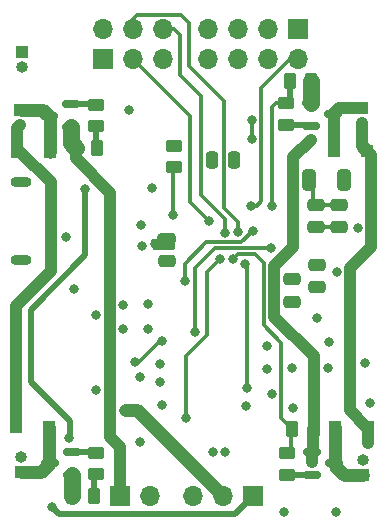
<source format=gbr>
%TF.GenerationSoftware,KiCad,Pcbnew,7.0.6-1.fc38*%
%TF.CreationDate,2023-08-03T18:28:49+02:00*%
%TF.ProjectId,quadcopter-flight-controler,71756164-636f-4707-9465-722d666c6967,rev?*%
%TF.SameCoordinates,Original*%
%TF.FileFunction,Copper,L4,Bot*%
%TF.FilePolarity,Positive*%
%FSLAX46Y46*%
G04 Gerber Fmt 4.6, Leading zero omitted, Abs format (unit mm)*
G04 Created by KiCad (PCBNEW 7.0.6-1.fc38) date 2023-08-03 18:28:49*
%MOMM*%
%LPD*%
G01*
G04 APERTURE LIST*
G04 Aperture macros list*
%AMRoundRect*
0 Rectangle with rounded corners*
0 $1 Rounding radius*
0 $2 $3 $4 $5 $6 $7 $8 $9 X,Y pos of 4 corners*
0 Add a 4 corners polygon primitive as box body*
4,1,4,$2,$3,$4,$5,$6,$7,$8,$9,$2,$3,0*
0 Add four circle primitives for the rounded corners*
1,1,$1+$1,$2,$3*
1,1,$1+$1,$4,$5*
1,1,$1+$1,$6,$7*
1,1,$1+$1,$8,$9*
0 Add four rect primitives between the rounded corners*
20,1,$1+$1,$2,$3,$4,$5,0*
20,1,$1+$1,$4,$5,$6,$7,0*
20,1,$1+$1,$6,$7,$8,$9,0*
20,1,$1+$1,$8,$9,$2,$3,0*%
G04 Aperture macros list end*
%TA.AperFunction,ComponentPad*%
%ADD10R,1.700000X1.700000*%
%TD*%
%TA.AperFunction,ComponentPad*%
%ADD11O,1.700000X1.700000*%
%TD*%
%TA.AperFunction,ComponentPad*%
%ADD12R,1.000000X1.000000*%
%TD*%
%TA.AperFunction,ComponentPad*%
%ADD13O,1.000000X1.000000*%
%TD*%
%TA.AperFunction,ComponentPad*%
%ADD14O,1.800000X0.900000*%
%TD*%
%TA.AperFunction,SMDPad,CuDef*%
%ADD15RoundRect,0.250000X0.450000X-0.262500X0.450000X0.262500X-0.450000X0.262500X-0.450000X-0.262500X0*%
%TD*%
%TA.AperFunction,SMDPad,CuDef*%
%ADD16RoundRect,0.250000X-0.262500X-0.450000X0.262500X-0.450000X0.262500X0.450000X-0.262500X0.450000X0*%
%TD*%
%TA.AperFunction,SMDPad,CuDef*%
%ADD17RoundRect,0.250000X0.300000X0.300000X-0.300000X0.300000X-0.300000X-0.300000X0.300000X-0.300000X0*%
%TD*%
%TA.AperFunction,SMDPad,CuDef*%
%ADD18RoundRect,0.250000X-0.250000X-0.475000X0.250000X-0.475000X0.250000X0.475000X-0.250000X0.475000X0*%
%TD*%
%TA.AperFunction,SMDPad,CuDef*%
%ADD19RoundRect,0.250000X-0.325000X-0.650000X0.325000X-0.650000X0.325000X0.650000X-0.325000X0.650000X0*%
%TD*%
%TA.AperFunction,SMDPad,CuDef*%
%ADD20RoundRect,0.250000X0.262500X0.450000X-0.262500X0.450000X-0.262500X-0.450000X0.262500X-0.450000X0*%
%TD*%
%TA.AperFunction,SMDPad,CuDef*%
%ADD21RoundRect,0.150000X0.587500X0.150000X-0.587500X0.150000X-0.587500X-0.150000X0.587500X-0.150000X0*%
%TD*%
%TA.AperFunction,SMDPad,CuDef*%
%ADD22RoundRect,0.250000X-0.300000X-0.300000X0.300000X-0.300000X0.300000X0.300000X-0.300000X0.300000X0*%
%TD*%
%TA.AperFunction,SMDPad,CuDef*%
%ADD23RoundRect,0.250000X-0.475000X0.250000X-0.475000X-0.250000X0.475000X-0.250000X0.475000X0.250000X0*%
%TD*%
%TA.AperFunction,SMDPad,CuDef*%
%ADD24RoundRect,0.250000X-0.450000X0.262500X-0.450000X-0.262500X0.450000X-0.262500X0.450000X0.262500X0*%
%TD*%
%TA.AperFunction,SMDPad,CuDef*%
%ADD25RoundRect,0.250000X0.475000X-0.250000X0.475000X0.250000X-0.475000X0.250000X-0.475000X-0.250000X0*%
%TD*%
%TA.AperFunction,SMDPad,CuDef*%
%ADD26RoundRect,0.150000X-0.587500X-0.150000X0.587500X-0.150000X0.587500X0.150000X-0.587500X0.150000X0*%
%TD*%
%TA.AperFunction,ViaPad*%
%ADD27C,0.800000*%
%TD*%
%TA.AperFunction,Conductor*%
%ADD28C,0.550000*%
%TD*%
%TA.AperFunction,Conductor*%
%ADD29C,1.400000*%
%TD*%
%TA.AperFunction,Conductor*%
%ADD30C,1.000000*%
%TD*%
%TA.AperFunction,Conductor*%
%ADD31C,0.300000*%
%TD*%
%TA.AperFunction,Conductor*%
%ADD32C,1.100000*%
%TD*%
G04 APERTURE END LIST*
D10*
%TO.P,J8,1,Pin_1*%
%TO.N,GND*%
X162320000Y-82600000D03*
D11*
%TO.P,J8,2,Pin_2*%
%TO.N,/OUT_PB1*%
X162320000Y-85140000D03*
%TO.P,J8,3,Pin_3*%
%TO.N,/SPI_SCK*%
X159780000Y-82600000D03*
%TO.P,J8,4,Pin_4*%
%TO.N,/SPI_MISO*%
X159780000Y-85140000D03*
%TO.P,J8,5,Pin_5*%
%TO.N,/GPIO_EXTI4*%
X157240000Y-82600000D03*
%TO.P,J8,6,Pin_6*%
%TO.N,/SPI_MOSI*%
X157240000Y-85140000D03*
%TO.P,J8,7,Pin_7*%
%TO.N,/OUT_PB2*%
X154700000Y-82600000D03*
%TO.P,J8,8,Pin_8*%
%TO.N,VDD*%
X154700000Y-85140000D03*
%TD*%
D12*
%TO.P,J5,1,Pin_1*%
%TO.N,Net-(D3-A)*%
X138800000Y-89450000D03*
D13*
%TO.P,J5,2,Pin_2*%
%TO.N,VDC*%
X138800000Y-90720000D03*
%TD*%
D12*
%TO.P,J9,1,Pin_1*%
%TO.N,VDD*%
X138900000Y-84600000D03*
D13*
%TO.P,J9,2,Pin_2*%
%TO.N,Net-(J9-Pin_2)*%
X138900000Y-85870000D03*
%TD*%
D11*
%TO.P,J4,1,VCC*%
%TO.N,VDD*%
X150900000Y-85175000D03*
%TO.P,J4,2,SWDIO*%
%TO.N,/SWDIO*%
X150900000Y-82635000D03*
%TO.P,J4,3,~{RESET}*%
%TO.N,/RST*%
X148360000Y-85175000D03*
%TO.P,J4,4,SWCLK*%
%TO.N,/SWCLK*%
X148360000Y-82635000D03*
D10*
%TO.P,J4,5,GND*%
%TO.N,GND*%
X145820000Y-85175000D03*
D11*
%TO.P,J4,6,SWO*%
%TO.N,unconnected-(J4-SWO-Pad6)*%
X145820000Y-82635000D03*
%TD*%
D14*
%TO.P,J2,S5,SHIELD*%
%TO.N,unconnected-(J2-SHIELD-PadS1)*%
X138825000Y-95550000D03*
%TO.P,J2,S6,SHIELD*%
X138825000Y-102150000D03*
%TD*%
D12*
%TO.P,J7,1,Pin_1*%
%TO.N,Net-(D5-A)*%
X138875000Y-120125000D03*
D13*
%TO.P,J7,2,Pin_2*%
%TO.N,VDC*%
X138875000Y-118855000D03*
%TD*%
D10*
%TO.P,J20,1,Pin_1*%
%TO.N,+5V*%
X158480000Y-122200000D03*
D11*
%TO.P,J20,2,Pin_2*%
%TO.N,VDC*%
X155940000Y-122200000D03*
%TO.P,J20,3,Pin_3*%
%TO.N,+BATT*%
X153400000Y-122200000D03*
%TD*%
D12*
%TO.P,J6,1,Pin_1*%
%TO.N,Net-(D4-A)*%
X167725000Y-89350000D03*
D13*
%TO.P,J6,2,Pin_2*%
%TO.N,VDC*%
X167725000Y-90620000D03*
%TD*%
D10*
%TO.P,J3,1,Pin_1*%
%TO.N,-BATT*%
X147200000Y-122200000D03*
D11*
%TO.P,J3,2,Pin_2*%
%TO.N,+BATT*%
X149740000Y-122200000D03*
%TD*%
D12*
%TO.P,J1,1,Pin_1*%
%TO.N,Net-(D2-A)*%
X167800000Y-120400000D03*
D13*
%TO.P,J1,2,Pin_2*%
%TO.N,VDC*%
X167800000Y-119130000D03*
%TD*%
D15*
%TO.P,R17,1*%
%TO.N,/TM2_CH1*%
X145200000Y-120312500D03*
%TO.P,R17,2*%
%TO.N,Net-(Q4-G)*%
X145200000Y-118487500D03*
%TD*%
D16*
%TO.P,R10,1*%
%TO.N,/TM2_CH2*%
X161797500Y-116500000D03*
%TO.P,R10,2*%
%TO.N,-BATT*%
X163622500Y-116500000D03*
%TD*%
D17*
%TO.P,D4,1,K*%
%TO.N,VDC*%
X168137500Y-92950000D03*
%TO.P,D4,2,A*%
%TO.N,Net-(D4-A)*%
X165337500Y-92950000D03*
%TD*%
%TO.P,D2,1,K*%
%TO.N,VDC*%
X168210000Y-116300000D03*
%TO.P,D2,2,A*%
%TO.N,Net-(D2-A)*%
X165410000Y-116300000D03*
%TD*%
D15*
%TO.P,R13,1*%
%TO.N,/TM2_CH4*%
X145200000Y-90862500D03*
%TO.P,R13,2*%
%TO.N,Net-(Q2-G)*%
X145200000Y-89037500D03*
%TD*%
D18*
%TO.P,C4,1*%
%TO.N,VDD*%
X155000000Y-93700000D03*
%TO.P,C4,2*%
%TO.N,GND*%
X156900000Y-93700000D03*
%TD*%
D19*
%TO.P,C8,1*%
%TO.N,VDD*%
X163225000Y-95400000D03*
%TO.P,C8,2*%
%TO.N,GND*%
X166175000Y-95400000D03*
%TD*%
D20*
%TO.P,R16,1*%
%TO.N,/TM2_CH1*%
X145012500Y-122200000D03*
%TO.P,R16,2*%
%TO.N,-BATT*%
X143187500Y-122200000D03*
%TD*%
D21*
%TO.P,Q2,1,G*%
%TO.N,Net-(Q2-G)*%
X143075000Y-89000000D03*
%TO.P,Q2,2,S*%
%TO.N,-BATT*%
X143075000Y-90900000D03*
%TO.P,Q2,3,D*%
%TO.N,Net-(D3-A)*%
X141200000Y-89950000D03*
%TD*%
D22*
%TO.P,D3,1,K*%
%TO.N,VDC*%
X138500000Y-93000000D03*
%TO.P,D3,2,A*%
%TO.N,Net-(D3-A)*%
X141300000Y-93000000D03*
%TD*%
D23*
%TO.P,C7,1*%
%TO.N,VDD*%
X163800000Y-97500000D03*
%TO.P,C7,2*%
%TO.N,GND*%
X163800000Y-99400000D03*
%TD*%
D24*
%TO.P,R15,1*%
%TO.N,/TM2_CH3*%
X161300000Y-88900000D03*
%TO.P,R15,2*%
%TO.N,Net-(Q3-G)*%
X161300000Y-90725000D03*
%TD*%
D23*
%TO.P,C5,1*%
%TO.N,VDD*%
X161800000Y-103800000D03*
%TO.P,C5,2*%
%TO.N,GND*%
X161800000Y-105700000D03*
%TD*%
D22*
%TO.P,D5,1,K*%
%TO.N,VDC*%
X138400000Y-116300000D03*
%TO.P,D5,2,A*%
%TO.N,Net-(D5-A)*%
X141200000Y-116300000D03*
%TD*%
D23*
%TO.P,C3,1*%
%TO.N,VDD*%
X163900000Y-102600000D03*
%TO.P,C3,2*%
%TO.N,GND*%
X163900000Y-104500000D03*
%TD*%
D15*
%TO.P,R19,1*%
%TO.N,/GPIO_PB13*%
X151800000Y-94325000D03*
%TO.P,R19,2*%
%TO.N,Net-(Q6-B)*%
X151800000Y-92500000D03*
%TD*%
D23*
%TO.P,C6,1*%
%TO.N,VDD*%
X165800000Y-97500000D03*
%TO.P,C6,2*%
%TO.N,GND*%
X165800000Y-99400000D03*
%TD*%
D20*
%TO.P,R12,1*%
%TO.N,/TM2_CH4*%
X145312500Y-92700000D03*
%TO.P,R12,2*%
%TO.N,-BATT*%
X143487500Y-92700000D03*
%TD*%
D24*
%TO.P,R11,1*%
%TO.N,/TM2_CH2*%
X161347500Y-118537500D03*
%TO.P,R11,2*%
%TO.N,Net-(Q1-G)*%
X161347500Y-120362500D03*
%TD*%
D21*
%TO.P,Q4,1,G*%
%TO.N,Net-(Q4-G)*%
X143137500Y-118450000D03*
%TO.P,Q4,2,S*%
%TO.N,-BATT*%
X143137500Y-120350000D03*
%TO.P,Q4,3,D*%
%TO.N,Net-(D5-A)*%
X141262500Y-119400000D03*
%TD*%
D25*
%TO.P,C19,1*%
%TO.N,VDD*%
X151200000Y-102300000D03*
%TO.P,C19,2*%
%TO.N,GND*%
X151200000Y-100400000D03*
%TD*%
D16*
%TO.P,R14,1*%
%TO.N,/TM2_CH3*%
X161587500Y-87000000D03*
%TO.P,R14,2*%
%TO.N,-BATT*%
X163412500Y-87000000D03*
%TD*%
D26*
%TO.P,Q1,1,G*%
%TO.N,Net-(Q1-G)*%
X163510000Y-120350000D03*
%TO.P,Q1,2,S*%
%TO.N,-BATT*%
X163510000Y-118450000D03*
%TO.P,Q1,3,D*%
%TO.N,Net-(D2-A)*%
X165385000Y-119400000D03*
%TD*%
%TO.P,Q3,1,G*%
%TO.N,Net-(Q3-G)*%
X163400000Y-90800000D03*
%TO.P,Q3,2,S*%
%TO.N,-BATT*%
X163400000Y-88900000D03*
%TO.P,Q3,3,D*%
%TO.N,Net-(D4-A)*%
X165275000Y-89850000D03*
%TD*%
D27*
%TO.N,VDD*%
X155000000Y-93700000D03*
X161100000Y-123500000D03*
X168000000Y-110900000D03*
X163925000Y-107100000D03*
X164900000Y-109100000D03*
X149100000Y-101000000D03*
X159700000Y-111400000D03*
X160100000Y-113500000D03*
X161800000Y-103800000D03*
X151200000Y-102300000D03*
X147500000Y-106000000D03*
X150600000Y-112500000D03*
X149600000Y-108000000D03*
X143300000Y-104615000D03*
X163800000Y-97500000D03*
X148900000Y-117600000D03*
X161900000Y-114700000D03*
X163900000Y-102600000D03*
X164800000Y-111350000D03*
%TO.N,GND*%
X165500000Y-123500000D03*
X149587500Y-105912500D03*
X156900000Y-93700000D03*
X161800000Y-111300000D03*
X150600000Y-111000000D03*
X167400000Y-99500000D03*
X166200000Y-95400000D03*
X145200000Y-113200000D03*
X163800000Y-99400000D03*
X155100000Y-118400000D03*
X165600000Y-103200000D03*
X150200000Y-100800000D03*
X156100000Y-118400000D03*
X142700000Y-100200000D03*
X145200000Y-106815000D03*
X148000000Y-89500000D03*
X148900000Y-112100000D03*
X157900000Y-114550000D03*
X149900000Y-96100000D03*
X149000000Y-99200000D03*
X147500000Y-108000000D03*
X161800000Y-105700000D03*
X150800000Y-114500000D03*
X168425000Y-114300000D03*
X163900000Y-104500000D03*
X159700000Y-109500000D03*
%TO.N,/RST*%
X154800000Y-98900000D03*
%TO.N,VDC*%
X147650000Y-114900000D03*
X138400000Y-116300000D03*
X168200000Y-117700000D03*
%TO.N,/SWDIO*%
X156100000Y-99900000D03*
%TO.N,/SWCLK*%
X157200000Y-99800000D03*
%TO.N,+5V*%
X144300000Y-96200000D03*
X142950000Y-117250000D03*
X141500000Y-123100000D03*
%TO.N,/BOOT0*%
X158500000Y-99700000D03*
X152700000Y-104000000D03*
X148500000Y-110800000D03*
X150800000Y-109000000D03*
%TO.N,/SPI_MOSI*%
X158400000Y-90300000D03*
X158370023Y-91929977D03*
%TO.N,/I2C_SDA*%
X153600000Y-108300000D03*
X160000000Y-101200000D03*
%TO.N,/PB5_EXTI5*%
X158000000Y-113000000D03*
X157800000Y-102500000D03*
%TO.N,-BATT*%
X143187500Y-122200000D03*
X163412500Y-87000000D03*
X163500000Y-119300000D03*
X163400000Y-92000000D03*
%TO.N,/TM2_CH1*%
X152800000Y-115600000D03*
X155700000Y-102100000D03*
X145200000Y-120312500D03*
%TO.N,/TM2_CH2*%
X156800000Y-102100000D03*
%TO.N,/TM2_CH3*%
X160100000Y-97600000D03*
%TO.N,/TM2_CH4*%
X145312500Y-92700000D03*
%TO.N,/OUT_PB1*%
X158300000Y-97600000D03*
%TO.N,Net-(Q6-B)*%
X151800000Y-92500000D03*
%TO.N,/GPIO_PB13*%
X151700000Y-98400000D03*
%TD*%
D28*
%TO.N,Net-(Q3-G)*%
X163400000Y-90800000D02*
X163325000Y-90725000D01*
X163325000Y-90725000D02*
X161300000Y-90725000D01*
D29*
%TO.N,-BATT*%
X143075000Y-90900000D02*
X143075000Y-92287500D01*
X143075000Y-92287500D02*
X143487500Y-92700000D01*
D30*
X143487500Y-93587500D02*
X143487500Y-92700000D01*
D31*
%TO.N,VDD*%
X163600000Y-95775000D02*
X163225000Y-95400000D01*
X163600000Y-97300000D02*
X163600000Y-95775000D01*
X165800000Y-97500000D02*
X163800000Y-97500000D01*
X163800000Y-97500000D02*
X163600000Y-97300000D01*
%TO.N,GND*%
X165800000Y-99400000D02*
X163800000Y-99400000D01*
X166175000Y-95400000D02*
X166200000Y-95400000D01*
%TO.N,/RST*%
X154800000Y-98900000D02*
X153150000Y-97250000D01*
X153150000Y-89965000D02*
X148360000Y-85175000D01*
X153150000Y-97250000D02*
X153150000Y-89965000D01*
D30*
%TO.N,VDC*%
X138500000Y-93000000D02*
X138500000Y-91020000D01*
X166700000Y-102900000D02*
X168500000Y-101100000D01*
X167725000Y-92537500D02*
X167725000Y-90620000D01*
X166700000Y-114900000D02*
X166700000Y-102900000D01*
D32*
X155940000Y-122200000D02*
X148640000Y-114900000D01*
D30*
X168137500Y-92950000D02*
X167725000Y-92537500D01*
X168210000Y-116300000D02*
X168200000Y-116300000D01*
X168500000Y-93312500D02*
X168137500Y-92950000D01*
X168200000Y-117700000D02*
X168210000Y-117710000D01*
X138500000Y-91020000D02*
X138800000Y-90720000D01*
X168100000Y-116300000D02*
X166700000Y-114900000D01*
X141400000Y-95600000D02*
X138800000Y-93000000D01*
X168500000Y-101100000D02*
X168500000Y-93312500D01*
X141400000Y-103100000D02*
X141400000Y-95600000D01*
X138400000Y-116300000D02*
X138400000Y-106100000D01*
X138800000Y-93000000D02*
X138500000Y-93000000D01*
X168210000Y-116300000D02*
X168210000Y-117690000D01*
X168210000Y-116300000D02*
X168100000Y-116300000D01*
D32*
X148640000Y-114900000D02*
X147650000Y-114900000D01*
X167800000Y-92612500D02*
X168137500Y-92950000D01*
D30*
X168210000Y-117690000D02*
X168200000Y-117700000D01*
X138400000Y-106100000D02*
X141400000Y-103100000D01*
D31*
%TO.N,/SWDIO*%
X156100000Y-98700000D02*
X154100000Y-96700000D01*
X154100000Y-88287057D02*
X152300000Y-86487057D01*
X152300000Y-86487057D02*
X152300000Y-83100000D01*
X156100000Y-99900000D02*
X156100000Y-98700000D01*
X151835000Y-82635000D02*
X150900000Y-82635000D01*
X154100000Y-96700000D02*
X154100000Y-88287057D01*
X152300000Y-83100000D02*
X151835000Y-82635000D01*
%TO.N,/SWCLK*%
X152400000Y-81400000D02*
X148700000Y-81400000D01*
X148700000Y-81400000D02*
X148360000Y-81740000D01*
X156000000Y-97800000D02*
X156000000Y-88700000D01*
X157200000Y-99800000D02*
X157200000Y-99000000D01*
X153100000Y-85800000D02*
X153100000Y-82100000D01*
X156000000Y-88700000D02*
X153100000Y-85800000D01*
X157200000Y-99000000D02*
X156000000Y-97800000D01*
X148360000Y-81740000D02*
X148360000Y-82635000D01*
X153100000Y-82100000D02*
X152400000Y-81400000D01*
D28*
%TO.N,+5V*%
X156980000Y-123700000D02*
X158480000Y-122200000D01*
X144300000Y-101800000D02*
X144300000Y-96200000D01*
X139700000Y-106400000D02*
X144300000Y-101800000D01*
X139700000Y-112500000D02*
X139700000Y-106400000D01*
X142100000Y-123700000D02*
X141500000Y-123100000D01*
X143000000Y-115800000D02*
X139700000Y-112500000D01*
X143000000Y-117200000D02*
X143000000Y-115800000D01*
X142950000Y-117250000D02*
X143000000Y-117200000D01*
X142100000Y-123700000D02*
X156980000Y-123700000D01*
D31*
%TO.N,/BOOT0*%
X150600000Y-109000000D02*
X148800000Y-110800000D01*
X158500000Y-99700000D02*
X157500000Y-100700000D01*
X157500000Y-100700000D02*
X154500000Y-100700000D01*
X150800000Y-109000000D02*
X150600000Y-109000000D01*
X154500000Y-100700000D02*
X152700000Y-102500000D01*
X148800000Y-110800000D02*
X148500000Y-110800000D01*
X152700000Y-102500000D02*
X152700000Y-104000000D01*
D32*
%TO.N,Net-(D2-A)*%
X165410000Y-119610000D02*
X166200000Y-120400000D01*
X165410000Y-118500000D02*
X165410000Y-119375000D01*
X166200000Y-120400000D02*
X167800000Y-120400000D01*
X165410000Y-119375000D02*
X165385000Y-119400000D01*
X165410000Y-118500000D02*
X165410000Y-119610000D01*
X165410000Y-116300000D02*
X165410000Y-118500000D01*
%TO.N,Net-(D3-A)*%
X138890000Y-89450000D02*
X140700000Y-89450000D01*
X140700000Y-89450000D02*
X141200000Y-89950000D01*
X141300000Y-93000000D02*
X141300000Y-90050000D01*
X141300000Y-90050000D02*
X141200000Y-89950000D01*
D30*
%TO.N,Net-(D4-A)*%
X165337500Y-89912500D02*
X165275000Y-89850000D01*
X165275000Y-89850000D02*
X165775000Y-89350000D01*
X165775000Y-89350000D02*
X167725000Y-89350000D01*
X165337500Y-92950000D02*
X165337500Y-89912500D01*
D32*
%TO.N,Net-(D5-A)*%
X140537500Y-120125000D02*
X138875000Y-120125000D01*
X141262500Y-119400000D02*
X140537500Y-120125000D01*
X141200000Y-119337500D02*
X141200000Y-116300000D01*
X141262500Y-119400000D02*
X141200000Y-119337500D01*
D31*
%TO.N,/SPI_MOSI*%
X158400000Y-90300000D02*
X158370023Y-90329977D01*
X158370023Y-90329977D02*
X158370023Y-91929977D01*
%TO.N,/I2C_SDA*%
X153600000Y-102900000D02*
X153600000Y-108300000D01*
X155300000Y-101200000D02*
X153600000Y-102900000D01*
X160000000Y-101200000D02*
X155300000Y-101200000D01*
D28*
%TO.N,Net-(Q1-G)*%
X163510000Y-120350000D02*
X161360000Y-120350000D01*
X161360000Y-120350000D02*
X161347500Y-120362500D01*
%TO.N,Net-(Q2-G)*%
X143075000Y-89000000D02*
X145162500Y-89000000D01*
%TO.N,Net-(Q4-G)*%
X145162500Y-118450000D02*
X145200000Y-118487500D01*
X143137500Y-118450000D02*
X145162500Y-118450000D01*
D31*
%TO.N,/PB5_EXTI5*%
X158000000Y-102700000D02*
X158000000Y-113000000D01*
X157800000Y-102500000D02*
X158000000Y-102700000D01*
D30*
%TO.N,-BATT*%
X146400000Y-117200000D02*
X146400000Y-96500000D01*
X163500000Y-119300000D02*
X163500000Y-118460000D01*
X163600000Y-116522500D02*
X163622500Y-116500000D01*
D29*
X143187500Y-122200000D02*
X143187500Y-120400000D01*
D30*
X160300000Y-102700000D02*
X161900000Y-101100000D01*
X147200000Y-122200000D02*
X147200000Y-118000000D01*
D29*
X163412500Y-87000000D02*
X163400000Y-87012500D01*
D30*
X163500000Y-118460000D02*
X163510000Y-118450000D01*
X160300000Y-107000000D02*
X160300000Y-102700000D01*
X147200000Y-118000000D02*
X146400000Y-117200000D01*
X161900000Y-101100000D02*
X161900000Y-93500000D01*
X163622500Y-110322500D02*
X160300000Y-107000000D01*
X163510000Y-118450000D02*
X163600000Y-118360000D01*
D29*
X143187500Y-120400000D02*
X143137500Y-120350000D01*
D30*
X146400000Y-96500000D02*
X143487500Y-93587500D01*
X163600000Y-118360000D02*
X163600000Y-116522500D01*
X163622500Y-116500000D02*
X163622500Y-110322500D01*
X161900000Y-93500000D02*
X163400000Y-92000000D01*
D29*
X163400000Y-87012500D02*
X163400000Y-88900000D01*
D28*
%TO.N,/TM2_CH1*%
X145012500Y-120500000D02*
X145200000Y-120312500D01*
D31*
X153400000Y-109700000D02*
X152800000Y-110300000D01*
D28*
X145012500Y-122200000D02*
X145012500Y-120500000D01*
D31*
X154600000Y-103200000D02*
X154600000Y-107700000D01*
X154600000Y-108500000D02*
X153400000Y-109700000D01*
X154600000Y-107700000D02*
X154600000Y-108500000D01*
X155700000Y-102100000D02*
X154600000Y-103200000D01*
X152800000Y-110300000D02*
X152800000Y-115600000D01*
%TO.N,/TM2_CH2*%
X161797500Y-116500000D02*
X160900000Y-115602500D01*
X161700000Y-118200000D02*
X161700000Y-116597500D01*
X161347500Y-118537500D02*
X161362500Y-118537500D01*
X160900000Y-109200000D02*
X159400000Y-107700000D01*
X158700000Y-101700000D02*
X157200000Y-101700000D01*
X161362500Y-118537500D02*
X161700000Y-118200000D01*
X161700000Y-116597500D02*
X161797500Y-116500000D01*
X159400000Y-102400000D02*
X158700000Y-101700000D01*
X160900000Y-115602500D02*
X160900000Y-109200000D01*
X157200000Y-101700000D02*
X156800000Y-102100000D01*
X159400000Y-107700000D02*
X159400000Y-102400000D01*
D28*
%TO.N,/TM2_CH3*%
X161587500Y-87000000D02*
X161587500Y-88612500D01*
D31*
X160100000Y-89200000D02*
X160400000Y-88900000D01*
D28*
X161587500Y-88612500D02*
X161300000Y-88900000D01*
D31*
X160100000Y-97600000D02*
X160100000Y-89200000D01*
X160400000Y-88900000D02*
X161300000Y-88900000D01*
D28*
%TO.N,/TM2_CH4*%
X145200000Y-92587500D02*
X145312500Y-92700000D01*
X145200000Y-90862500D02*
X145200000Y-92587500D01*
D31*
%TO.N,/OUT_PB1*%
X159200000Y-87600000D02*
X161660000Y-85140000D01*
X158300000Y-97600000D02*
X158800000Y-97600000D01*
X158800000Y-97600000D02*
X159200000Y-97200000D01*
X161660000Y-85140000D02*
X162320000Y-85140000D01*
X159200000Y-97200000D02*
X159200000Y-87600000D01*
%TO.N,/GPIO_PB13*%
X151700000Y-98400000D02*
X151700000Y-94725000D01*
X151700000Y-94725000D02*
X152100000Y-94325000D01*
%TD*%
%TA.AperFunction,Conductor*%
%TO.N,GND*%
G36*
X151843039Y-100019685D02*
G01*
X151888794Y-100072489D01*
X151900000Y-100124000D01*
X151900000Y-101176000D01*
X151880315Y-101243039D01*
X151827511Y-101288794D01*
X151776000Y-101300000D01*
X151733066Y-101300000D01*
X151726762Y-101299679D01*
X151725009Y-101299500D01*
X151725008Y-101299500D01*
X150674998Y-101299500D01*
X150674991Y-101299501D01*
X150674606Y-101299540D01*
X150673245Y-101299679D01*
X150666946Y-101300000D01*
X150111645Y-101300000D01*
X150044606Y-101280315D01*
X149998851Y-101227511D01*
X149988324Y-101163039D01*
X150005460Y-101000000D01*
X149985674Y-100811744D01*
X149927179Y-100631716D01*
X149900783Y-100585998D01*
X149884312Y-100518099D01*
X149907165Y-100452072D01*
X149962087Y-100408882D01*
X150008172Y-100400000D01*
X150400000Y-100400000D01*
X150400000Y-100124000D01*
X150419685Y-100056961D01*
X150472489Y-100011206D01*
X150524000Y-100000000D01*
X151776000Y-100000000D01*
X151843039Y-100019685D01*
G37*
%TD.AperFunction*%
%TD*%
M02*

</source>
